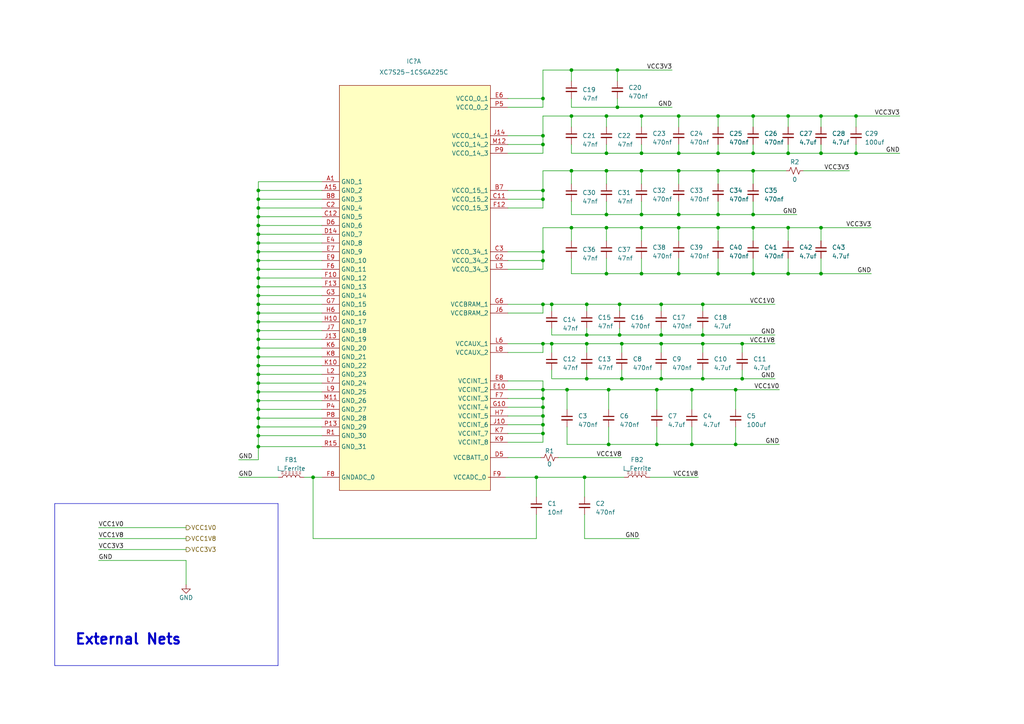
<source format=kicad_sch>
(kicad_sch (version 20230121) (generator eeschema)
  (paper "A4")
  (junction (at 228.6 33.655))
  (junction (at 186.055 66.04))
  (junction (at 218.44 33.655))
  (junction (at 180.34 109.855))
  (junction (at 165.735 66.04))
  (junction (at 203.835 109.855))
  (junction (at 74.93 62.865))
  (junction (at 74.93 100.965))
  (junction (at 74.93 83.185))
  (junction (at 157.48 99.695))
  (junction (at 228.6 66.04))
  (junction (at 157.48 120.65))
  (junction (at 196.85 49.53))
  (junction (at 74.93 108.585))
  (junction (at 90.805 138.43))
  (junction (at 157.48 113.03))
  (junction (at 179.705 88.265))
  (junction (at 190.5 128.905))
  (junction (at 157.48 75.565))
  (junction (at 200.66 128.905))
  (junction (at 165.735 20.32))
  (junction (at 157.48 88.265))
  (junction (at 175.895 33.655))
  (junction (at 74.93 126.365))
  (junction (at 191.77 88.265))
  (junction (at 238.125 44.45))
  (junction (at 203.835 97.155))
  (junction (at 175.895 62.23))
  (junction (at 74.93 80.645))
  (junction (at 196.85 33.655))
  (junction (at 170.18 109.855))
  (junction (at 213.36 113.03))
  (junction (at 208.28 33.655))
  (junction (at 179.07 20.32))
  (junction (at 218.44 49.53))
  (junction (at 74.93 55.245))
  (junction (at 157.48 57.785))
  (junction (at 191.77 97.155))
  (junction (at 74.93 118.745))
  (junction (at 155.575 138.43))
  (junction (at 74.93 111.125))
  (junction (at 74.93 85.725))
  (junction (at 157.48 125.73))
  (junction (at 74.93 57.785))
  (junction (at 186.055 33.655))
  (junction (at 157.48 118.11))
  (junction (at 74.93 78.105))
  (junction (at 200.66 113.03))
  (junction (at 74.93 123.825))
  (junction (at 165.735 33.655))
  (junction (at 208.28 62.23))
  (junction (at 74.93 129.54))
  (junction (at 191.77 99.695))
  (junction (at 218.44 44.45))
  (junction (at 74.93 65.405))
  (junction (at 238.125 33.655))
  (junction (at 157.48 123.19))
  (junction (at 186.055 62.23))
  (junction (at 218.44 79.375))
  (junction (at 74.93 88.265))
  (junction (at 186.055 79.375))
  (junction (at 157.48 39.37))
  (junction (at 74.93 121.285))
  (junction (at 160.02 99.695))
  (junction (at 176.53 128.905))
  (junction (at 164.465 113.03))
  (junction (at 157.48 73.025))
  (junction (at 74.93 70.485))
  (junction (at 175.895 66.04))
  (junction (at 170.18 99.695))
  (junction (at 74.93 98.425))
  (junction (at 208.28 44.45))
  (junction (at 228.6 44.45))
  (junction (at 157.48 28.575))
  (junction (at 175.895 44.45))
  (junction (at 74.93 93.345))
  (junction (at 248.285 33.655))
  (junction (at 186.055 44.45))
  (junction (at 196.85 66.04))
  (junction (at 179.705 97.155))
  (junction (at 74.93 106.045))
  (junction (at 74.93 95.885))
  (junction (at 208.28 66.04))
  (junction (at 186.055 49.53))
  (junction (at 203.835 99.695))
  (junction (at 170.18 97.155))
  (junction (at 176.53 113.03))
  (junction (at 74.93 116.205))
  (junction (at 196.85 44.45))
  (junction (at 74.93 75.565))
  (junction (at 208.28 49.53))
  (junction (at 228.6 79.375))
  (junction (at 215.265 109.855))
  (junction (at 160.02 88.265))
  (junction (at 180.34 99.695))
  (junction (at 74.93 60.325))
  (junction (at 203.835 88.265))
  (junction (at 170.18 88.265))
  (junction (at 208.28 79.375))
  (junction (at 157.48 55.245))
  (junction (at 157.48 115.57))
  (junction (at 179.07 31.115))
  (junction (at 165.735 49.53))
  (junction (at 175.895 79.375))
  (junction (at 191.77 109.855))
  (junction (at 218.44 66.04))
  (junction (at 74.93 103.505))
  (junction (at 74.93 90.805))
  (junction (at 218.44 62.23))
  (junction (at 238.125 66.04))
  (junction (at 175.895 49.53))
  (junction (at 74.93 113.665))
  (junction (at 213.36 128.905))
  (junction (at 196.85 79.375))
  (junction (at 74.93 67.945))
  (junction (at 157.48 41.91))
  (junction (at 238.125 79.375))
  (junction (at 190.5 113.03))
  (junction (at 248.285 44.45))
  (junction (at 169.545 138.43))
  (junction (at 215.265 99.695))
  (junction (at 74.93 73.025))
  (junction (at 196.85 62.23))
  (wire (pts (xy 157.48 125.73) (xy 147.32 125.73)))
  (wire (pts (xy 74.93 78.105) (xy 74.93 80.645)))
  (wire (pts (xy 186.055 58.42) (xy 186.055 62.23)))
  (wire (pts (xy 74.93 116.205) (xy 74.93 118.745)))
  (wire (pts (xy 218.44 41.91) (xy 218.44 44.45)))
  (wire (pts (xy 74.93 65.405) (xy 74.93 67.945)))
  (wire (pts (xy 74.93 55.245) (xy 74.93 57.785)))
  (wire (pts (xy 203.835 88.265) (xy 203.835 90.17)))
  (wire (pts (xy 248.285 44.45) (xy 248.285 41.91)))
  (wire (pts (xy 238.125 66.04) (xy 238.125 69.85)))
  (wire (pts (xy 74.93 118.745) (xy 93.345 118.745)))
  (wire (pts (xy 215.265 109.855) (xy 224.79 109.855)))
  (wire (pts (xy 233.045 49.53) (xy 246.38 49.53)))
  (wire (pts (xy 165.735 74.93) (xy 165.735 79.375)))
  (wire (pts (xy 74.93 52.705) (xy 93.345 52.705)))
  (wire (pts (xy 180.34 109.855) (xy 191.77 109.855)))
  (wire (pts (xy 164.465 128.905) (xy 176.53 128.905)))
  (wire (pts (xy 74.93 88.265) (xy 93.345 88.265)))
  (wire (pts (xy 186.055 33.655) (xy 186.055 36.83)))
  (wire (pts (xy 165.735 33.655) (xy 165.735 36.83)))
  (wire (pts (xy 176.53 128.905) (xy 190.5 128.905)))
  (wire (pts (xy 218.44 49.53) (xy 227.965 49.53)))
  (wire (pts (xy 88.265 138.43) (xy 90.805 138.43)))
  (wire (pts (xy 157.48 28.575) (xy 147.32 28.575)))
  (wire (pts (xy 147.32 99.695) (xy 157.48 99.695)))
  (wire (pts (xy 164.465 113.03) (xy 164.465 118.745)))
  (wire (pts (xy 218.44 53.34) (xy 218.44 49.53)))
  (wire (pts (xy 74.93 85.725) (xy 93.345 85.725)))
  (wire (pts (xy 196.85 49.53) (xy 208.28 49.53)))
  (wire (pts (xy 186.055 62.23) (xy 196.85 62.23)))
  (wire (pts (xy 213.36 128.905) (xy 213.36 123.825)))
  (wire (pts (xy 208.28 33.655) (xy 208.28 36.83)))
  (wire (pts (xy 74.93 106.045) (xy 74.93 108.585)))
  (wire (pts (xy 160.02 88.265) (xy 160.02 90.17)))
  (wire (pts (xy 196.85 49.53) (xy 196.85 53.34)))
  (wire (pts (xy 160.02 88.265) (xy 170.18 88.265)))
  (polyline (pts (xy 15.875 146.05) (xy 80.645 146.05)))
  (wire (pts (xy 196.85 33.655) (xy 196.85 36.83)))
  (wire (pts (xy 157.48 128.27) (xy 147.32 128.27)))
  (wire (pts (xy 157.48 78.105) (xy 147.32 78.105)))
  (wire (pts (xy 157.48 41.91) (xy 157.48 44.45)))
  (wire (pts (xy 200.66 123.825) (xy 200.66 128.905)))
  (wire (pts (xy 74.93 95.885) (xy 93.345 95.885)))
  (wire (pts (xy 179.705 90.17) (xy 179.705 88.265)))
  (wire (pts (xy 203.835 99.695) (xy 215.265 99.695)))
  (wire (pts (xy 160.02 99.695) (xy 160.02 102.235)))
  (wire (pts (xy 165.735 20.32) (xy 179.07 20.32)))
  (wire (pts (xy 218.44 58.42) (xy 218.44 62.23)))
  (wire (pts (xy 179.07 20.32) (xy 179.07 23.495)))
  (wire (pts (xy 53.975 162.56) (xy 53.975 169.545)))
  (wire (pts (xy 190.5 128.905) (xy 200.66 128.905)))
  (wire (pts (xy 203.835 88.265) (xy 224.79 88.265)))
  (wire (pts (xy 169.545 156.21) (xy 185.42 156.21)))
  (wire (pts (xy 176.53 123.825) (xy 176.53 128.905)))
  (wire (pts (xy 200.66 113.03) (xy 213.36 113.03)))
  (wire (pts (xy 74.93 75.565) (xy 93.345 75.565)))
  (wire (pts (xy 157.48 75.565) (xy 147.32 75.565)))
  (wire (pts (xy 74.93 90.805) (xy 93.345 90.805)))
  (wire (pts (xy 208.28 66.04) (xy 208.28 69.85)))
  (wire (pts (xy 74.93 106.045) (xy 93.345 106.045)))
  (wire (pts (xy 213.36 113.03) (xy 226.06 113.03)))
  (wire (pts (xy 74.93 62.865) (xy 93.345 62.865)))
  (wire (pts (xy 186.055 66.04) (xy 186.055 69.85)))
  (wire (pts (xy 28.575 162.56) (xy 53.975 162.56)))
  (wire (pts (xy 208.28 49.53) (xy 218.44 49.53)))
  (wire (pts (xy 74.93 55.245) (xy 93.345 55.245)))
  (wire (pts (xy 157.48 57.785) (xy 147.32 57.785)))
  (polyline (pts (xy 15.875 146.05) (xy 15.875 193.04)))
  (wire (pts (xy 157.48 113.03) (xy 164.465 113.03)))
  (wire (pts (xy 157.48 60.325) (xy 147.32 60.325)))
  (wire (pts (xy 157.48 99.695) (xy 157.48 102.235)))
  (wire (pts (xy 74.93 93.345) (xy 74.93 95.885)))
  (wire (pts (xy 218.44 44.45) (xy 228.6 44.45)))
  (wire (pts (xy 165.735 41.91) (xy 165.735 44.45)))
  (wire (pts (xy 170.18 109.855) (xy 170.18 107.315)))
  (wire (pts (xy 157.48 66.04) (xy 165.735 66.04)))
  (wire (pts (xy 157.48 113.03) (xy 157.48 115.57)))
  (wire (pts (xy 175.895 41.91) (xy 175.895 44.45)))
  (wire (pts (xy 74.93 118.745) (xy 74.93 121.285)))
  (wire (pts (xy 228.6 41.91) (xy 228.6 44.45)))
  (wire (pts (xy 147.32 90.805) (xy 157.48 90.805)))
  (wire (pts (xy 218.44 66.04) (xy 228.6 66.04)))
  (wire (pts (xy 208.28 79.375) (xy 218.44 79.375)))
  (wire (pts (xy 228.6 79.375) (xy 238.125 79.375)))
  (wire (pts (xy 186.055 66.04) (xy 196.85 66.04)))
  (wire (pts (xy 157.48 73.025) (xy 157.48 75.565)))
  (wire (pts (xy 176.53 113.03) (xy 190.5 113.03)))
  (wire (pts (xy 157.48 55.245) (xy 157.48 57.785)))
  (wire (pts (xy 165.735 79.375) (xy 175.895 79.375)))
  (wire (pts (xy 155.575 138.43) (xy 155.575 144.145)))
  (wire (pts (xy 74.93 70.485) (xy 74.93 73.025)))
  (wire (pts (xy 157.48 125.73) (xy 157.48 128.27)))
  (wire (pts (xy 186.055 49.53) (xy 196.85 49.53)))
  (wire (pts (xy 175.895 66.04) (xy 186.055 66.04)))
  (wire (pts (xy 74.93 123.825) (xy 93.345 123.825)))
  (wire (pts (xy 157.48 75.565) (xy 157.48 78.105)))
  (wire (pts (xy 175.895 44.45) (xy 186.055 44.45)))
  (wire (pts (xy 74.93 100.965) (xy 74.93 103.505)))
  (wire (pts (xy 228.6 74.93) (xy 228.6 79.375)))
  (wire (pts (xy 74.93 129.54) (xy 74.93 133.35)))
  (wire (pts (xy 180.34 109.855) (xy 180.34 107.315)))
  (wire (pts (xy 196.85 74.93) (xy 196.85 79.375)))
  (wire (pts (xy 157.48 73.025) (xy 147.32 73.025)))
  (wire (pts (xy 157.48 123.19) (xy 157.48 125.73)))
  (wire (pts (xy 74.93 73.025) (xy 93.345 73.025)))
  (wire (pts (xy 74.93 103.505) (xy 93.345 103.505)))
  (wire (pts (xy 213.36 128.905) (xy 226.06 128.905)))
  (wire (pts (xy 200.66 113.03) (xy 200.66 118.745)))
  (wire (pts (xy 157.48 33.655) (xy 157.48 39.37)))
  (wire (pts (xy 157.48 39.37) (xy 147.32 39.37)))
  (wire (pts (xy 165.735 49.53) (xy 165.735 53.34)))
  (wire (pts (xy 157.48 115.57) (xy 147.32 115.57)))
  (wire (pts (xy 170.18 97.155) (xy 179.705 97.155)))
  (wire (pts (xy 157.48 113.03) (xy 147.32 113.03)))
  (wire (pts (xy 165.735 49.53) (xy 175.895 49.53)))
  (wire (pts (xy 165.735 28.575) (xy 165.735 31.115)))
  (wire (pts (xy 186.055 79.375) (xy 196.85 79.375)))
  (wire (pts (xy 157.48 31.115) (xy 147.32 31.115)))
  (wire (pts (xy 191.77 109.855) (xy 191.77 107.315)))
  (wire (pts (xy 74.93 62.865) (xy 74.93 65.405)))
  (wire (pts (xy 175.895 79.375) (xy 186.055 79.375)))
  (wire (pts (xy 74.93 113.665) (xy 93.345 113.665)))
  (wire (pts (xy 218.44 79.375) (xy 228.6 79.375)))
  (wire (pts (xy 175.895 33.655) (xy 175.895 36.83)))
  (wire (pts (xy 74.93 67.945) (xy 74.93 70.485)))
  (wire (pts (xy 203.835 97.155) (xy 224.79 97.155)))
  (wire (pts (xy 238.125 41.91) (xy 238.125 44.45)))
  (wire (pts (xy 170.18 109.855) (xy 180.34 109.855)))
  (wire (pts (xy 74.93 113.665) (xy 74.93 116.205)))
  (polyline (pts (xy 80.645 193.04) (xy 15.875 193.04)))
  (wire (pts (xy 248.285 33.655) (xy 248.285 36.83)))
  (wire (pts (xy 74.93 108.585) (xy 74.93 111.125)))
  (wire (pts (xy 74.93 111.125) (xy 74.93 113.665)))
  (wire (pts (xy 74.93 67.945) (xy 93.345 67.945)))
  (wire (pts (xy 28.575 153.035) (xy 53.975 153.035)))
  (wire (pts (xy 179.07 20.32) (xy 194.945 20.32)))
  (wire (pts (xy 69.215 138.43) (xy 80.645 138.43)))
  (wire (pts (xy 157.48 41.91) (xy 147.32 41.91)))
  (wire (pts (xy 186.055 74.93) (xy 186.055 79.375)))
  (wire (pts (xy 74.93 129.54) (xy 93.345 129.54)))
  (wire (pts (xy 74.93 90.805) (xy 74.93 93.345)))
  (wire (pts (xy 170.18 99.695) (xy 180.34 99.695)))
  (wire (pts (xy 74.93 70.485) (xy 93.345 70.485)))
  (polyline (pts (xy 80.645 146.05) (xy 80.645 193.04)))
  (wire (pts (xy 208.28 49.53) (xy 208.28 53.34)))
  (wire (pts (xy 175.895 58.42) (xy 175.895 62.23)))
  (wire (pts (xy 238.125 33.655) (xy 248.285 33.655)))
  (wire (pts (xy 228.6 33.655) (xy 238.125 33.655)))
  (wire (pts (xy 157.48 110.49) (xy 157.48 113.03)))
  (wire (pts (xy 218.44 69.85) (xy 218.44 66.04)))
  (wire (pts (xy 165.735 58.42) (xy 165.735 62.23)))
  (wire (pts (xy 157.48 123.19) (xy 147.32 123.19)))
  (wire (pts (xy 186.055 33.655) (xy 196.85 33.655)))
  (wire (pts (xy 196.85 33.655) (xy 208.28 33.655)))
  (wire (pts (xy 160.02 109.855) (xy 160.02 107.315)))
  (wire (pts (xy 165.735 20.32) (xy 165.735 23.495)))
  (wire (pts (xy 208.28 74.93) (xy 208.28 79.375)))
  (wire (pts (xy 203.835 97.155) (xy 203.835 95.25)))
  (wire (pts (xy 74.93 80.645) (xy 93.345 80.645)))
  (wire (pts (xy 196.85 58.42) (xy 196.85 62.23)))
  (wire (pts (xy 248.285 33.655) (xy 260.985 33.655)))
  (wire (pts (xy 196.85 66.04) (xy 208.28 66.04)))
  (wire (pts (xy 157.48 118.11) (xy 147.32 118.11)))
  (wire (pts (xy 74.93 88.265) (xy 74.93 90.805)))
  (wire (pts (xy 74.93 85.725) (xy 74.93 88.265)))
  (wire (pts (xy 180.34 99.695) (xy 180.34 102.235)))
  (wire (pts (xy 165.735 66.04) (xy 175.895 66.04)))
  (wire (pts (xy 175.895 49.53) (xy 175.895 53.34)))
  (wire (pts (xy 74.93 121.285) (xy 93.345 121.285)))
  (wire (pts (xy 191.77 97.155) (xy 203.835 97.155)))
  (wire (pts (xy 90.805 138.43) (xy 90.805 156.21)))
  (wire (pts (xy 188.595 138.43) (xy 202.565 138.43)))
  (wire (pts (xy 238.125 74.93) (xy 238.125 79.375)))
  (wire (pts (xy 157.48 88.265) (xy 157.48 90.805)))
  (wire (pts (xy 179.705 88.265) (xy 191.77 88.265)))
  (wire (pts (xy 157.48 39.37) (xy 157.48 41.91)))
  (wire (pts (xy 200.66 128.905) (xy 213.36 128.905)))
  (wire (pts (xy 74.93 121.285) (xy 74.93 123.825)))
  (wire (pts (xy 175.895 49.53) (xy 186.055 49.53)))
  (wire (pts (xy 157.48 118.11) (xy 157.48 120.65)))
  (wire (pts (xy 191.77 99.695) (xy 191.77 102.235)))
  (wire (pts (xy 169.545 138.43) (xy 180.975 138.43)))
  (wire (pts (xy 196.85 79.375) (xy 208.28 79.375)))
  (wire (pts (xy 165.735 44.45) (xy 175.895 44.45)))
  (wire (pts (xy 208.28 62.23) (xy 218.44 62.23)))
  (wire (pts (xy 208.28 44.45) (xy 218.44 44.45)))
  (wire (pts (xy 175.895 62.23) (xy 186.055 62.23)))
  (wire (pts (xy 176.53 113.03) (xy 176.53 118.745)))
  (wire (pts (xy 28.575 159.385) (xy 53.975 159.385)))
  (wire (pts (xy 28.575 156.21) (xy 53.975 156.21)))
  (wire (pts (xy 74.93 116.205) (xy 93.345 116.205)))
  (wire (pts (xy 208.28 41.91) (xy 208.28 44.45)))
  (wire (pts (xy 215.265 99.695) (xy 215.265 102.235)))
  (wire (pts (xy 157.48 55.245) (xy 147.32 55.245)))
  (wire (pts (xy 74.93 126.365) (xy 74.93 129.54)))
  (wire (pts (xy 238.125 79.375) (xy 252.73 79.375)))
  (wire (pts (xy 208.28 33.655) (xy 218.44 33.655)))
  (wire (pts (xy 191.77 99.695) (xy 203.835 99.695)))
  (wire (pts (xy 157.48 88.265) (xy 160.02 88.265)))
  (wire (pts (xy 180.34 99.695) (xy 191.77 99.695)))
  (wire (pts (xy 218.44 74.93) (xy 218.44 79.375)))
  (wire (pts (xy 74.93 126.365) (xy 93.345 126.365)))
  (wire (pts (xy 196.85 66.04) (xy 196.85 69.85)))
  (wire (pts (xy 160.02 99.695) (xy 170.18 99.695)))
  (wire (pts (xy 191.77 97.155) (xy 191.77 95.25)))
  (wire (pts (xy 74.93 95.885) (xy 74.93 98.425)))
  (wire (pts (xy 74.93 83.185) (xy 93.345 83.185)))
  (wire (pts (xy 74.93 73.025) (xy 74.93 75.565)))
  (wire (pts (xy 228.6 33.655) (xy 228.6 36.83)))
  (wire (pts (xy 218.44 62.23) (xy 231.14 62.23)))
  (wire (pts (xy 74.93 111.125) (xy 93.345 111.125)))
  (wire (pts (xy 157.48 55.245) (xy 157.48 49.53)))
  (wire (pts (xy 74.93 60.325) (xy 74.93 62.865)))
  (wire (pts (xy 155.575 138.43) (xy 169.545 138.43)))
  (wire (pts (xy 157.48 49.53) (xy 165.735 49.53)))
  (wire (pts (xy 228.6 44.45) (xy 238.125 44.45)))
  (wire (pts (xy 147.32 132.715) (xy 156.845 132.715)))
  (wire (pts (xy 208.28 66.04) (xy 218.44 66.04)))
  (wire (pts (xy 90.805 156.21) (xy 155.575 156.21)))
  (wire (pts (xy 74.93 93.345) (xy 93.345 93.345)))
  (wire (pts (xy 203.835 109.855) (xy 203.835 107.315)))
  (wire (pts (xy 74.93 78.105) (xy 93.345 78.105)))
  (wire (pts (xy 186.055 53.34) (xy 186.055 49.53)))
  (wire (pts (xy 179.07 31.115) (xy 179.07 28.575)))
  (wire (pts (xy 74.93 123.825) (xy 74.93 126.365)))
  (wire (pts (xy 157.48 57.785) (xy 157.48 60.325)))
  (wire (pts (xy 74.93 65.405) (xy 93.345 65.405)))
  (wire (pts (xy 186.055 41.91) (xy 186.055 44.45)))
  (wire (pts (xy 157.48 110.49) (xy 147.32 110.49)))
  (wire (pts (xy 165.735 31.115) (xy 179.07 31.115)))
  (wire (pts (xy 228.6 66.04) (xy 228.6 69.85)))
  (wire (pts (xy 190.5 113.03) (xy 200.66 113.03)))
  (wire (pts (xy 74.93 57.785) (xy 93.345 57.785)))
  (wire (pts (xy 146.685 138.43) (xy 155.575 138.43)))
  (wire (pts (xy 190.5 123.825) (xy 190.5 128.905)))
  (wire (pts (xy 191.77 88.265) (xy 203.835 88.265)))
  (wire (pts (xy 165.735 62.23) (xy 175.895 62.23)))
  (wire (pts (xy 218.44 33.655) (xy 228.6 33.655)))
  (wire (pts (xy 203.835 109.855) (xy 215.265 109.855)))
  (wire (pts (xy 248.285 44.45) (xy 260.985 44.45)))
  (wire (pts (xy 157.48 120.65) (xy 147.32 120.65)))
  (wire (pts (xy 157.48 88.265) (xy 147.32 88.265)))
  (wire (pts (xy 238.125 66.04) (xy 252.73 66.04)))
  (wire (pts (xy 160.02 109.855) (xy 170.18 109.855)))
  (wire (pts (xy 196.85 62.23) (xy 208.28 62.23)))
  (wire (pts (xy 74.93 98.425) (xy 93.345 98.425)))
  (wire (pts (xy 157.48 66.04) (xy 157.48 73.025)))
  (wire (pts (xy 157.48 28.575) (xy 157.48 31.115)))
  (wire (pts (xy 196.85 41.91) (xy 196.85 44.45)))
  (wire (pts (xy 186.055 44.45) (xy 196.85 44.45)))
  (wire (pts (xy 228.6 66.04) (xy 238.125 66.04)))
  (wire (pts (xy 196.85 44.45) (xy 208.28 44.45)))
  (wire (pts (xy 74.93 83.185) (xy 74.93 85.725)))
  (wire (pts (xy 170.18 99.695) (xy 170.18 102.235)))
  (wire (pts (xy 190.5 113.03) (xy 190.5 118.745)))
  (wire (pts (xy 179.07 31.115) (xy 194.945 31.115)))
  (wire (pts (xy 74.93 100.965) (xy 93.345 100.965)))
  (wire (pts (xy 175.895 74.93) (xy 175.895 79.375)))
  (wire (pts (xy 157.48 20.32) (xy 157.48 28.575)))
  (wire (pts (xy 157.48 20.32) (xy 165.735 20.32)))
  (wire (pts (xy 74.93 75.565) (xy 74.93 78.105)))
  (wire (pts (xy 208.28 58.42) (xy 208.28 62.23)))
  (wire (pts (xy 179.705 97.155) (xy 179.705 95.25)))
  (wire (pts (xy 90.805 138.43) (xy 93.345 138.43)))
  (wire (pts (xy 164.465 123.825) (xy 164.465 128.905)))
  (wire (pts (xy 165.735 33.655) (xy 175.895 33.655)))
  (wire (pts (xy 170.18 88.265) (xy 170.18 90.17)))
  (wire (pts (xy 213.36 113.03) (xy 213.36 118.745)))
  (wire (pts (xy 160.02 97.155) (xy 160.02 95.25)))
  (wire (pts (xy 157.48 33.655) (xy 165.735 33.655)))
  (wire (pts (xy 74.93 108.585) (xy 93.345 108.585)))
  (wire (pts (xy 191.77 109.855) (xy 203.835 109.855)))
  (wire (pts (xy 238.125 44.45) (xy 248.285 44.45)))
  (wire (pts (xy 215.265 99.695) (xy 224.79 99.695)))
  (wire (pts (xy 157.48 120.65) (xy 157.48 123.19)))
  (wire (pts (xy 155.575 156.21) (xy 155.575 149.225)))
  (wire (pts (xy 170.18 88.265) (xy 179.705 88.265)))
  (wire (pts (xy 169.545 149.225) (xy 169.545 156.21)))
  (wire (pts (xy 74.93 57.785) (xy 74.93 60.325)))
  (wire (pts (xy 175.895 33.655) (xy 186.055 33.655)))
  (wire (pts (xy 74.93 60.325) (xy 93.345 60.325)))
  (wire (pts (xy 238.125 33.655) (xy 238.125 36.83)))
  (wire (pts (xy 160.02 97.155) (xy 170.18 97.155)))
  (wire (pts (xy 165.735 66.04) (xy 165.735 69.85)))
  (wire (pts (xy 175.895 66.04) (xy 175.895 69.85)))
  (wire (pts (xy 74.93 103.505) (xy 74.93 106.045)))
  (wire (pts (xy 203.835 99.695) (xy 203.835 102.235)))
  (wire (pts (xy 169.545 138.43) (xy 169.545 144.145)))
  (wire (pts (xy 157.48 99.695) (xy 160.02 99.695)))
  (wire (pts (xy 215.265 109.855) (xy 215.265 107.315)))
  (wire (pts (xy 157.48 44.45) (xy 147.32 44.45)))
  (wire (pts (xy 69.215 133.35) (xy 74.93 133.35)))
  (wire (pts (xy 164.465 113.03) (xy 176.53 113.03)))
  (wire (pts (xy 74.93 80.645) (xy 74.93 83.185)))
  (wire (pts (xy 161.925 132.715) (xy 180.34 132.715)))
  (wire (pts (xy 74.93 52.705) (xy 74.93 55.245)))
  (wire (pts (xy 191.77 88.265) (xy 191.77 90.17)))
  (wire (pts (xy 74.93 98.425) (xy 74.93 100.965)))
  (wire (pts (xy 157.48 115.57) (xy 157.48 118.11)))
  (wire (pts (xy 179.705 97.155) (xy 191.77 97.155)))
  (wire (pts (xy 218.44 33.655) (xy 218.44 36.83)))
  (wire (pts (xy 170.18 95.25) (xy 170.18 97.155)))
  (wire (pts (xy 157.48 102.235) (xy 147.32 102.235)))
  (text "External Nets\n" (at 21.59 187.325 0) (effects (font (size 3 3) (thickness 0.6) bold) (justify left bottom)))
  (label "VCC1V0" (at 226.06 113.03 180))
  (label "VCC1V8" (at 202.565 138.43 180))
  (label "VCC3V3" (at 246.38 49.53 180))
  (label "VCC3V3" (at 194.945 20.32 180))
  (label "VCC3V3" (at 252.73 66.04 180))
  (label "GND" (at 226.06 128.905 180))
  (label "GND" (at 28.575 162.56 0))
  (label "VCC3V3" (at 260.985 33.655 180))
  (label "VCC1V8" (at 28.575 156.21 0))
  (label "GND" (at 231.14 62.23 180))
  (label "GND" (at 69.215 133.35 0))
  (label "VCC1V8" (at 180.34 132.715 180))
  (label "GND" (at 69.215 138.43 0))
  (label "GND" (at 260.985 44.45 180))
  (label "GND" (at 185.42 156.21 180))
  (label "VCC1V0" (at 224.79 88.265 180))
  (label "GND" (at 194.945 31.115 180))
  (label "GND" (at 252.73 79.375 180))
  (label "VCC1V8" (at 224.79 99.695 180))
  (label "GND" (at 224.79 109.855 180))
  (label "VCC1V0" (at 28.575 153.035 0))
  (label "VCC3V3" (at 28.575 159.385 0))
  (label "GND" (at 224.79 97.155 180))
  (hierarchical_label "VCC1V0" (shape output) (at 53.975 153.035 0))
  (hierarchical_label "VCC1V8" (shape output) (at 53.975 156.21 0))
  (hierarchical_label "VCC3V3" (shape output) (at 53.975 159.385 0))
  (symbol (lib_id "Device:C_Small") (at 203.835 92.71 0) (unit 1)
    (property "Reference" "C18" (at 207.01 92.0813 0) (effects (justify left)))
    (property "Value" "4.7uf" (at 207.01 94.6213 0) (effects (justify left)))
    (property "Footprint" "Capacitor_SMD:C_0402_1005Metric_Pad0.74x0.62mm_HandSolder" (effects hide))
  )
  (symbol (lib_id "Device:C_Small") (at 165.735 39.37 0) (unit 1)
    (property "Reference" "C21" (at 168.91 39.37 0) (effects (justify left)))
    (property "Value" "47nf" (at 168.91 41.91 0) (effects (justify left)))
    (property "Footprint" "Capacitor_SMD:C_0402_1005Metric_Pad0.74x0.62mm_HandSolder" (effects hide))
  )
  (symbol (lib_id "Device:C_Small") (at 238.125 39.37 0) (unit 1)
    (property "Reference" "C28" (at 241.3 38.7413 0) (effects (justify left)))
    (property "Value" "4.7uf" (at 241.3 41.2813 0) (effects (justify left)))
    (property "Footprint" "Capacitor_SMD:C_0402_1005Metric_Pad0.74x0.62mm_HandSolder" (effects hide))
  )
  (symbol (lib_id "SamacSys_Parts:XC7S25-1CSGA225C") (at 120.015 90.17 0) (unit 1)
    (property "Reference" "IC?" (at 120.015 17.78 0))
    (property "Value" "XC7S25-1CSGA225C" (at 120.015 20.955 0))
    (property "Footprint" "SamacSys_Parts:BGA225C80P15X15_1300X1300X140" (effects hide))
    (property "Datasheet" "https://www.xilinx.com/support/documentation/data_sheets/ds180_7Series_Overview.pdf" (effects hide))
    (property "Height" "1.4" (effects hide))
    (property "Manufacturer_Name" "XILINX" (effects hide))
    (property "Manufacturer_Part_Number" "XC7S25-1CSGA225C" (effects hide))
    (property "Mouser Part Number" "217-XC7S25-1CSGA225C" (effects hide))
    (property "Mouser Price/Stock" "https://www.mouser.co.uk/ProductDetail/Xilinx/XC7S25-1CSGA225C?qs=rrS6PyfT74ewwYlQOIhRNA%3D%3D" (effects hide))
    (instances (project "sparton_7" (path "" (reference "IC?") (unit 1)) (path "" (reference "IC1") (unit 1)) (path "" (reference "IC1") (unit 1)) (path "" (reference "IC1") (unit 1)) (path "" (reference "IC1") (unit 1)) (path "" (reference "IC2") (unit 1))))
  )
  (symbol (lib_id "Device:C_Small") (at 176.53 121.285 0) (unit 1)
    (property "Reference" "C6" (at 179.705 120.6563 0) (effects (justify left)))
    (property "Value" "470nf" (at 179.705 123.1963 0) (effects (justify left)))
  )
  (symbol (lib_id "Device:C_Small") (at 208.28 72.39 0) (unit 1)
    (property "Reference" "C40" (at 211.455 71.7613 0) (effects (justify left)))
    (property "Value" "470nf" (at 211.455 74.3013 0) (effects (justify left)))
    (property "Footprint" "Capacitor_SMD:C_0402_1005Metric_Pad0.74x0.62mm_HandSolder" (effects hide))
  )
  (symbol (lib_id "Device:C_Small") (at 155.575 146.685 0) (unit 1)
    (property "Reference" "C1" (at 158.75 146.0563 0) (effects (justify left)))
    (property "Value" "10nf" (at 158.75 148.5963 0) (effects (justify left)))
  )
  (symbol (lib_id "Device:C_Small") (at 196.85 55.88 0) (unit 1)
    (property "Reference" "C33" (at 200.025 55.2513 0) (effects (justify left)))
    (property "Value" "470nf" (at 200.025 57.7913 0) (effects (justify left)))
    (property "Footprint" "Capacitor_SMD:C_0402_1005Metric_Pad0.74x0.62mm_HandSolder" (effects hide))
  )
  (symbol (lib_id "Device:C_Small") (at 200.66 121.285 0) (unit 1)
    (property "Reference" "C4" (at 203.835 120.6563 0) (effects (justify left)))
    (property "Value" "4.7uf" (at 203.835 123.1963 0) (effects (justify left)))
  )
  (symbol (lib_id "Device:C_Small") (at 169.545 146.685 0) (unit 1)
    (property "Reference" "C2" (at 172.72 146.0563 0) (effects (justify left)))
    (property "Value" "470nf" (at 172.72 148.5963 0) (effects (justify left)))
  )
  (symbol (lib_id "Device:C_Small") (at 160.02 104.775 0) (unit 1)
    (property "Reference" "C12" (at 163.195 104.1463 0) (effects (justify left)))
    (property "Value" "47nf" (at 163.195 106.6863 0) (effects (justify left)))
    (property "Footprint" "Capacitor_SMD:C_0402_1005Metric_Pad0.74x0.62mm_HandSolder" (effects hide))
  )
  (symbol (lib_id "Device:C_Small") (at 203.835 104.775 0) (unit 1)
    (property "Reference" "C10" (at 207.01 104.1463 0) (effects (justify left)))
    (property "Value" "4.7uf" (at 207.01 106.6863 0) (effects (justify left)))
    (property "Footprint" "Capacitor_SMD:C_0402_1005Metric_Pad0.74x0.62mm_HandSolder" (effects hide))
  )
  (symbol (lib_id "Device:C_Small") (at 190.5 121.285 0) (unit 1)
    (property "Reference" "C7" (at 193.675 120.6563 0) (effects (justify left)))
    (property "Value" "4.7uf" (at 193.675 123.1963 0) (effects (justify left)))
    (property "Footprint" "Capacitor_SMD:C_0402_1005Metric_Pad0.74x0.62mm_HandSolder" (effects hide))
  )
  (symbol (lib_id "Device:R_Small_US") (at 159.385 132.715 90) (unit 1)
    (property "Reference" "R1" (at 159.385 130.81 90))
    (property "Value" "0" (at 159.385 134.62 90))
    (property "Footprint" "Resistor_SMD:R_0402_1005Metric_Pad0.72x0.64mm_HandSolder" (effects hide))
  )
  (symbol (lib_id "Device:C_Small") (at 170.18 104.775 0) (unit 1)
    (property "Reference" "C13" (at 173.355 104.1463 0) (effects (justify left)))
    (property "Value" "47nf" (at 173.355 106.6863 0) (effects (justify left)))
    (property "Footprint" "Capacitor_SMD:C_0402_1005Metric_Pad0.74x0.62mm_HandSolder" (effects hide))
  )
  (symbol (lib_id "Device:C_Small") (at 175.895 72.39 0) (unit 1)
    (property "Reference" "C37" (at 179.07 72.39 0) (effects (justify left)))
    (property "Value" "47nf" (at 179.07 74.93 0) (effects (justify left)))
    (property "Footprint" "Capacitor_SMD:C_0402_1005Metric_Pad0.74x0.62mm_HandSolder" (effects hide))
  )
  (symbol (lib_id "Device:C_Small") (at 191.77 92.71 0) (unit 1)
    (property "Reference" "C17" (at 194.945 92.0813 0) (effects (justify left)))
    (property "Value" "470nf" (at 194.945 94.6213 0) (effects (justify left)))
    (property "Footprint" "Capacitor_SMD:C_0402_1005Metric_Pad0.74x0.62mm_HandSolder" (effects hide))
  )
  (symbol (lib_id "Device:C_Small") (at 175.895 55.88 0) (unit 1)
    (property "Reference" "C31" (at 179.07 55.88 0) (effects (justify left)))
    (property "Value" "47nf" (at 179.07 58.42 0) (effects (justify left)))
    (property "Footprint" "Capacitor_SMD:C_0402_1005Metric_Pad0.74x0.62mm_HandSolder" (effects hide))
  )
  (symbol (lib_id "Device:C_Small") (at 160.02 92.71 0) (unit 1)
    (property "Reference" "C14" (at 163.195 92.71 0) (effects (justify left)))
    (property "Value" "47nf" (at 163.195 95.25 0) (effects (justify left)))
    (property "Footprint" "Capacitor_SMD:C_0402_1005Metric_Pad0.74x0.62mm_HandSolder" (effects hide))
  )
  (symbol (lib_id "Device:C_Small") (at 175.895 39.37 0) (unit 1)
    (property "Reference" "C22" (at 179.07 39.37 0) (effects (justify left)))
    (property "Value" "47nf" (at 179.07 41.91 0) (effects (justify left)))
    (property "Footprint" "Capacitor_SMD:C_0402_1005Metric_Pad0.74x0.62mm_HandSolder" (effects hide))
  )
  (symbol (lib_id "Device:C_Small") (at 186.055 39.37 0) (unit 1)
    (property "Reference" "C23" (at 189.23 38.7413 0) (effects (justify left)))
    (property "Value" "470nf" (at 189.23 41.2813 0) (effects (justify left)))
    (property "Footprint" "Capacitor_SMD:C_0402_1005Metric_Pad0.74x0.62mm_HandSolder" (effects hide))
  )
  (symbol (lib_id "Device:C_Small") (at 238.125 72.39 0) (unit 1)
    (property "Reference" "C43" (at 241.3 71.7613 0) (effects (justify left)))
    (property "Value" "4.7uf" (at 241.3 74.3013 0) (effects (justify left)))
    (property "Footprint" "Capacitor_SMD:C_0402_1005Metric_Pad0.74x0.62mm_HandSolder" (effects hide))
  )
  (symbol (lib_id "Device:C_Small") (at 228.6 72.39 0) (unit 1)
    (property "Reference" "C42" (at 231.775 71.7613 0) (effects (justify left)))
    (property "Value" "4.7uf" (at 231.775 74.3013 0) (effects (justify left)))
    (property "Footprint" "Capacitor_SMD:C_0402_1005Metric_Pad0.74x0.62mm_HandSolder" (effects hide))
  )
  (symbol (lib_id "Device:C_Small") (at 228.6 39.37 0) (unit 1)
    (property "Reference" "C27" (at 231.775 38.7413 0) (effects (justify left)))
    (property "Value" "4.7uf" (at 231.775 41.2813 0) (effects (justify left)))
    (property "Footprint" "Capacitor_SMD:C_0402_1005Metric_Pad0.74x0.62mm_HandSolder" (effects hide))
  )
  (symbol (lib_id "Device:C_Small") (at 196.85 72.39 0) (unit 1)
    (property "Reference" "C39" (at 200.025 71.7613 0) (effects (justify left)))
    (property "Value" "470nf" (at 200.025 74.3013 0) (effects (justify left)))
    (property "Footprint" "Capacitor_SMD:C_0402_1005Metric_Pad0.74x0.62mm_HandSolder" (effects hide))
  )
  (symbol (lib_id "Device:C_Small") (at 165.735 55.88 0) (unit 1)
    (property "Reference" "C30" (at 168.91 55.88 0) (effects (justify left)))
    (property "Value" "47nf" (at 168.91 58.42 0) (effects (justify left)))
    (property "Footprint" "Capacitor_SMD:C_0402_1005Metric_Pad0.74x0.62mm_HandSolder" (effects hide))
  )
  (symbol (lib_id "Device:C_Small") (at 165.735 72.39 0) (unit 1)
    (property "Reference" "C36" (at 168.91 72.39 0) (effects (justify left)))
    (property "Value" "47nf" (at 168.91 74.93 0) (effects (justify left)))
    (property "Footprint" "Capacitor_SMD:C_0402_1005Metric_Pad0.74x0.62mm_HandSolder" (effects hide))
  )
  (symbol (lib_id "Device:L_Ferrite") (at 184.785 138.43 90) (unit 1)
    (property "Reference" "FB2" (at 184.785 133.35 90))
    (property "Value" "L_Ferrite" (at 184.785 135.89 90))
  )
  (symbol (lib_id "Device:C_Small") (at 215.265 104.775 0) (unit 1)
    (property "Reference" "C11" (at 218.44 104.1463 0) (effects (justify left)))
    (property "Value" "4.7uf" (at 218.44 106.6863 0) (effects (justify left)))
    (property "Footprint" "Capacitor_SMD:C_0402_1005Metric_Pad0.74x0.62mm_HandSolder" (effects hide))
  )
  (symbol (lib_id "Device:L_Ferrite") (at 84.455 138.43 90) (unit 1)
    (property "Reference" "FB1" (at 84.455 133.35 90))
    (property "Value" "L_Ferrite" (at 84.455 135.89 90))
    (property "Footprint" "LED_SMD:LED_0603_1608Metric_Pad1.05x0.95mm_HandSolder" (effects hide))
  )
  (symbol (lib_id "Device:C_Small") (at 208.28 55.88 0) (unit 1)
    (property "Reference" "C34" (at 211.455 55.2513 0) (effects (justify left)))
    (property "Value" "470nf" (at 211.455 57.7913 0) (effects (justify left)))
    (property "Footprint" "Capacitor_SMD:C_0402_1005Metric_Pad0.74x0.62mm_HandSolder" (effects hide))
  )
  (symbol (lib_id "Device:C_Small") (at 218.44 72.39 0) (unit 1)
    (property "Reference" "C41" (at 221.615 71.7613 0) (effects (justify left)))
    (property "Value" "470nf" (at 221.615 74.3013 0) (effects (justify left)))
    (property "Footprint" "Capacitor_SMD:C_0402_1005Metric_Pad0.74x0.62mm_HandSolder" (effects hide))
  )
  (symbol (lib_id "Device:C_Small") (at 165.735 26.035 0) (unit 1)
    (property "Reference" "C19" (at 168.91 26.035 0) (effects (justify left)))
    (property "Value" "47nf" (at 168.91 28.575 0) (effects (justify left)))
    (property "Footprint" "Capacitor_SMD:C_0402_1005Metric_Pad0.74x0.62mm_HandSolder" (effects hide))
  )
  (symbol (lib_id "Device:C_Small") (at 208.28 39.37 0) (unit 1)
    (property "Reference" "C25" (at 211.455 38.7413 0) (effects (justify left)))
    (property "Value" "470nf" (at 211.455 41.2813 0) (effects (justify left)))
    (property "Footprint" "Capacitor_SMD:C_0402_1005Metric_Pad0.74x0.62mm_HandSolder" (effects hide))
  )
  (symbol (lib_id "Device:C_Small") (at 218.44 39.37 0) (unit 1)
    (property "Reference" "C26" (at 221.615 38.7413 0) (effects (justify left)))
    (property "Value" "470nf" (at 221.615 41.2813 0) (effects (justify left)))
    (property "Footprint" "Capacitor_SMD:C_0402_1005Metric_Pad0.74x0.62mm_HandSolder" (effects hide))
  )
  (symbol (lib_id "Device:C_Small") (at 248.285 39.37 0) (unit 1)
    (property "Reference" "C29" (at 250.825 38.7413 0) (effects (justify left)))
    (property "Value" "100uf" (at 250.825 41.2813 0) (effects (justify left)))
    (property "Footprint" "Capacitor_SMD:C_0402_1005Metric_Pad0.74x0.62mm_HandSolder" (effects hide))
  )
  (symbol (lib_id "Device:C_Small") (at 191.77 104.775 0) (unit 1)
    (property "Reference" "C9" (at 194.945 104.1463 0) (effects (justify left)))
    (property "Value" "470nf" (at 194.945 106.6863 0) (effects (justify left)))
    (property "Footprint" "Capacitor_SMD:C_0402_1005Metric_Pad0.74x0.62mm_HandSolder" (effects hide))
  )
  (symbol (lib_id "power:GND") (at 53.975 169.545 0) (unit 1)
    (property "Reference" "#PWR020" (effects hide))
    (property "Value" "GND" (at 53.975 173.355 0))
  )
  (symbol (lib_id "Device:C_Small") (at 164.465 121.285 0) (unit 1)
    (property "Reference" "C3" (at 167.64 120.6563 0) (effects (justify left)))
    (property "Value" "470nf" (at 167.64 123.1963 0) (effects (justify left)))
  )
  (symbol (lib_id "Device:C_Small") (at 170.18 92.71 0) (unit 1)
    (property "Reference" "C15" (at 173.355 92.0813 0) (effects (justify left)))
    (property "Value" "47nf" (at 173.355 94.6213 0) (effects (justify left)))
    (property "Footprint" "Capacitor_SMD:C_0402_1005Metric_Pad0.74x0.62mm_HandSolder" (effects hide))
  )
  (symbol (lib_id "Device:C_Small") (at 213.36 121.285 0) (unit 1)
    (property "Reference" "C5" (at 216.535 120.6563 0) (effects (justify left)))
    (property "Value" "100uf" (at 216.535 123.1963 0) (effects (justify left)))
  )
  (symbol (lib_id "Device:C_Small") (at 186.055 55.88 0) (unit 1)
    (property "Reference" "C32" (at 189.23 55.2513 0) (effects (justify left)))
    (property "Value" "470nf" (at 189.23 57.7913 0) (effects (justify left)))
    (property "Footprint" "Capacitor_SMD:C_0402_1005Metric_Pad0.74x0.62mm_HandSolder" (effects hide))
  )
  (symbol (lib_id "Device:C_Small") (at 179.07 26.035 0) (unit 1)
    (property "Reference" "C20" (at 182.245 25.4063 0) (effects (justify left)))
    (property "Value" "470nf" (at 182.245 27.9463 0) (effects (justify left)))
    (property "Footprint" "Capacitor_SMD:C_0402_1005Metric_Pad0.74x0.62mm_HandSolder" (effects hide))
  )
  (symbol (lib_id "Device:C_Small") (at 218.44 55.88 0) (unit 1)
    (property "Reference" "C35" (at 221.615 55.2513 0) (effects (justify left)))
    (property "Value" "470nf" (at 221.615 57.7913 0) (effects (justify left)))
    (property "Footprint" "Capacitor_SMD:C_0402_1005Metric_Pad0.74x0.62mm_HandSolder" (effects hide))
  )
  (symbol (lib_id "Device:C_Small") (at 179.705 92.71 0) (unit 1)
    (property "Reference" "C16" (at 182.88 92.0813 0) (effects (justify left)))
    (property "Value" "470nf" (at 182.88 94.6213 0) (effects (justify left)))
    (property "Footprint" "Capacitor_SMD:C_0402_1005Metric_Pad0.74x0.62mm_HandSolder" (effects hide))
  )
  (symbol (lib_id "Device:C_Small") (at 186.055 72.39 0) (unit 1)
    (property "Reference" "C38" (at 189.23 71.7613 0) (effects (justify left)))
    (property "Value" "470nf" (at 189.23 74.3013 0) (effects (justify left)))
    (property "Footprint" "Capacitor_SMD:C_0402_1005Metric_Pad0.74x0.62mm_HandSolder" (effects hide))
  )
  (symbol (lib_id "Device:R_Small_US") (at 230.505 49.53 90) (unit 1)
    (property "Reference" "R2" (at 230.505 46.99 90))
    (property "Value" "0" (at 230.505 52.07 90))
    (property "Footprint" "Resistor_SMD:R_0402_1005Metric_Pad0.72x0.64mm_HandSolder" (effects hide))
  )
  (symbol (lib_id "Device:C_Small") (at 196.85 39.37 0) (unit 1)
    (property "Reference" "C24" (at 200.025 38.7413 0) (effects (justify left)))
    (property "Value" "470nf" (at 200.025 41.2813 0) (effects (justify left)))
    (property "Footprint" "Capacitor_SMD:C_0402_1005Metric_Pad0.74x0.62mm_HandSolder" (effects hide))
  )
  (symbol (lib_id "Device:C_Small") (at 180.34 104.775 0) (unit 1)
    (property "Reference" "C8" (at 183.515 104.1463 0) (effects (justify left)))
    (property "Value" "470nf" (at 183.515 106.6863 0) (effects (justify left)))
    (property "Footprint" "Capacitor_SMD:C_0402_1005Metric_Pad0.74x0.62mm_HandSolder" (effects hide))
  )
)
</source>
